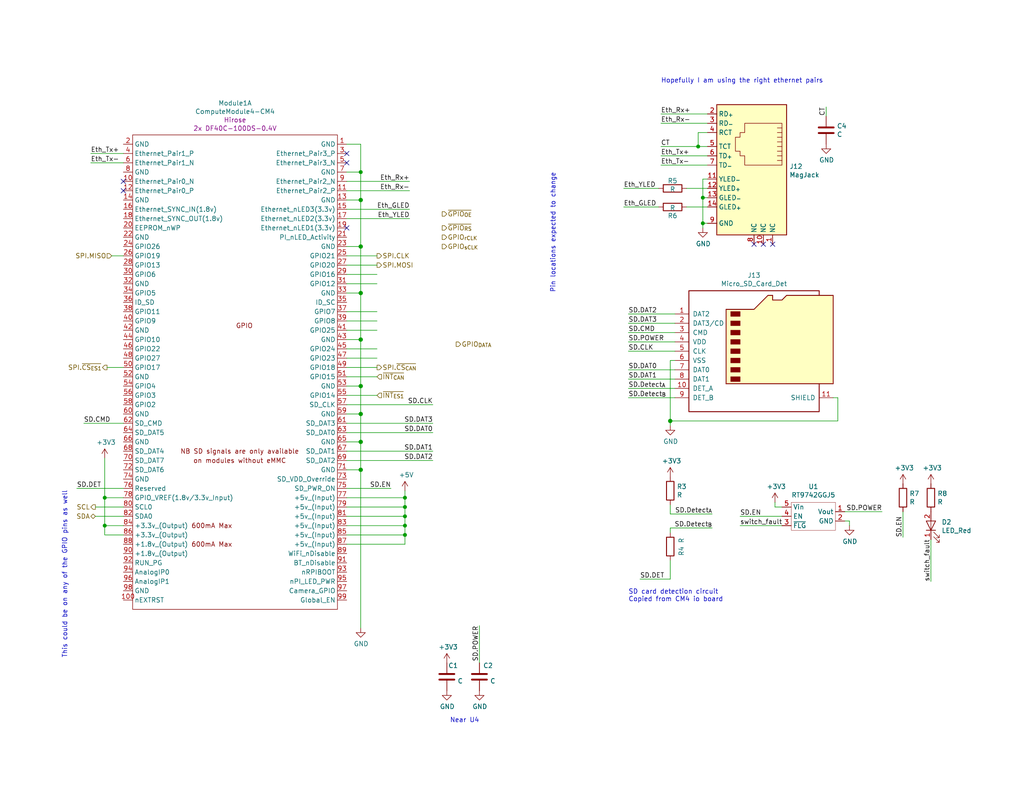
<source format=kicad_sch>
(kicad_sch (version 20201015) (generator eeschema)
  (paper "A")
  (title_block (title "Dennis") (date "2021-02-26") (rev "0.1.2") (company "eCafe Racer"))
  (lib_symbols
    (symbol "Custom-Symbols:LED_Red" (pin_names (offset 1.016))
      (property "Reference" "D" (at 3.81 3.81 0))
      (property "Value" "LED_Red" (at -3.81 3.81 0))
      (symbol "LED_Red_1_1"
        (polyline (pts (xy -1.27 -1.27) (xy -1.27 1.27)) (stroke (width 0.2032)))
        (polyline (pts (xy -1.27 0) (xy 1.27 0)))
        (polyline (pts (xy 1.27 -1.27) (xy 1.27 1.27) (xy -1.27 0) (xy 1.27 -1.27)) (stroke (width 0.2032)))
        (polyline (pts (xy -3.048 -0.762) (xy -4.572 -2.286) (xy -3.81 -2.286) (xy -4.572 -2.286) (xy -4.572 -1.524)))
        (polyline (pts (xy -1.778 -0.762) (xy -3.302 -2.286) (xy -2.54 -2.286) (xy -3.302 -2.286) (xy -3.302 -1.524)))
        (pin passive line (at -3.81 0 0) (length 2.54) (name "~") (number "1"))
        (pin passive line (at 3.81 0 180) (length 2.54) (name "~") (number "2"))
      )
    )
    (symbol "Device:C" (pin_numbers hide) (pin_names (offset 0.254))
      (property "Reference" "C" (at 0.635 2.54 0))
      (property "Value" "C" (at 0.635 -2.54 0))
      (symbol "C_0_1"
        (polyline (pts (xy -2.032 -0.762) (xy 2.032 -0.762)) (stroke (width 0.508)))
        (polyline (pts (xy -2.032 0.762) (xy 2.032 0.762)) (stroke (width 0.508)))
      )
      (symbol "C_1_1"
        (pin passive line (at 0 3.81 270) (length 2.794) (name "~") (number "1"))
        (pin passive line (at 0 -3.81 90) (length 2.794) (name "~") (number "2"))
      )
    )
    (symbol "Device:R" (pin_numbers hide) (pin_names (offset 0))
      (property "Reference" "R" (at 2.032 0 90))
      (property "Value" "R" (at 0 0 90))
      (symbol "R_0_1"
        (rectangle (start -1.016 -2.54) (end 1.016 2.54) (stroke (width 0.254)))
      )
      (symbol "R_1_1"
        (pin passive line (at 0 3.81 270) (length 1.27) (name "~") (number "1"))
        (pin passive line (at 0 -3.81 90) (length 1.27) (name "~") (number "2"))
      )
    )
    (symbol "power:+3.3V" (power) (pin_names (offset 0))
      (property "Value" "+3.3V" (at 0 3.556 0))
      (symbol "+3.3V_0_1"
        (polyline (pts (xy -0.762 1.27) (xy 0 2.54)))
        (polyline (pts (xy 0 0) (xy 0 2.54)))
        (polyline (pts (xy 0 2.54) (xy 0.762 1.27)))
      )
      (symbol "+3.3V_1_1"
        (pin power_in line (at 0 0 90) (length 0) hide (name "+3V3") (number "1"))
      )
    )
    (symbol "power:+5V" (power) (pin_names (offset 0))
      (property "Value" "+5V" (at 0 3.556 0))
      (symbol "+5V_0_1"
        (polyline (pts (xy -0.762 1.27) (xy 0 2.54)))
        (polyline (pts (xy 0 0) (xy 0 2.54)))
        (polyline (pts (xy 0 2.54) (xy 0.762 1.27)))
      )
      (symbol "+5V_1_1"
        (pin power_in line (at 0 0 90) (length 0) hide (name "+5V") (number "1"))
      )
    )
    (symbol "power:GND" (power) (pin_names (offset 0))
      (property "Value" "GND" (at 0 -3.81 0))
      (symbol "GND_0_1"
        (polyline (pts (xy 0 0) (xy 0 -1.27) (xy 1.27 -1.27) (xy 0 -2.54) (xy -1.27 -1.27) (xy 0 -1.27)))
      )
      (symbol "GND_1_1"
        (pin power_in line (at 0 0 270) (length 0) hide (name "GND") (number "1"))
      )
    )
    (symbol "symbols:ComputeModule4-CM4"
      (property "Reference" "Module" (at 113.03 -68.58 0))
      (property "Value" "ComputeModule4-CM4" (at 140.97 2.54 0))
      (property "Field4" "Hirose" (at 0 0 0))
      (property "Field5" "2x DF40C-100DS-0.4V" (at 0 -2.54 0))
      (symbol "ComputeModule4-CM4_1_0"
        (text "GPIO" (at 0 6.35 0) (effects (font (size 1.27 1.27))))
      )
      (symbol "ComputeModule4-CM4_1_1"
        (text "600mA Max" (at -8.89 -53.34 0) (effects (font (size 1.27 1.27))))
        (text "600mA Max" (at -8.89 -48.26 0) (effects (font (size 1.27 1.27))))
        (text "NB SD signals are only available" (at -1.27 -27.94 0) (effects (font (size 1.27 1.27))))
        (text "on modules without eMMC" (at -1.27 -30.48 0) (effects (font (size 1.27 1.27))))
        (rectangle (start -30.48 -71.12) (end 25.4 58.42))
        (pin power_in line (at 27.94 55.88 180) (length 2.54) (name "GND") (number "1"))
        (pin passive line (at -33.02 45.72 0) (length 2.54) (name "Ethernet_Pair0_N") (number "10"))
        (pin output line (at -33.02 -68.58 0) (length 2.54) (name "nEXTRST") (number "100"))
        (pin passive line (at 27.94 43.18 180) (length 2.54) (name "Ethernet_Pair2_P") (number "11"))
        (pin passive line (at -33.02 43.18 0) (length 2.54) (name "Ethernet_Pair0_P") (number "12"))
        (pin power_in line (at 27.94 40.64 180) (length 2.54) (name "GND") (number "13"))
        (pin power_in line (at -33.02 40.64 0) (length 2.54) (name "GND") (number "14"))
        (pin output line (at 27.94 38.1 180) (length 2.54) (name "Ethernet_nLED3(3.3v)") (number "15"))
        (pin input line (at -33.02 38.1 0) (length 2.54) (name "Ethernet_SYNC_IN(1.8v)") (number "16"))
        (pin output line (at 27.94 35.56 180) (length 2.54) (name "Ethernet_nLED2(3.3v)") (number "17"))
        (pin input line (at -33.02 35.56 0) (length 2.54) (name "Ethernet_SYNC_OUT(1.8v)") (number "18"))
        (pin output line (at 27.94 33.02 180) (length 2.54) (name "Ethernet_nLED1(3.3v)") (number "19"))
        (pin power_in line (at -33.02 55.88 0) (length 2.54) (name "GND") (number "2"))
        (pin passive line (at -33.02 33.02 0) (length 2.54) (name "EEPROM_nWP") (number "20"))
        (pin open_collector line (at 27.94 30.48 180) (length 2.54) (name "PI_nLED_Activity") (number "21"))
        (pin power_in line (at -33.02 30.48 0) (length 2.54) (name "GND") (number "22"))
        (pin power_in line (at 27.94 27.94 180) (length 2.54) (name "GND") (number "23"))
        (pin passive line (at -33.02 27.94 0) (length 2.54) (name "GPIO26") (number "24"))
        (pin passive line (at 27.94 25.4 180) (length 2.54) (name "GPIO21") (number "25"))
        (pin passive line (at -33.02 25.4 0) (length 2.54) (name "GPIO19") (number "26"))
        (pin passive line (at 27.94 22.86 180) (length 2.54) (name "GPIO20") (number "27"))
        (pin passive line (at -33.02 22.86 0) (length 2.54) (name "GPIO13") (number "28"))
        (pin passive line (at 27.94 20.32 180) (length 2.54) (name "GPIO16") (number "29"))
        (pin passive line (at 27.94 53.34 180) (length 2.54) (name "Ethernet_Pair3_P") (number "3"))
        (pin passive line (at -33.02 20.32 0) (length 2.54) (name "GPIO6") (number "30"))
        (pin passive line (at 27.94 17.78 180) (length 2.54) (name "GPIO12") (number "31"))
        (pin power_in line (at -33.02 17.78 0) (length 2.54) (name "GND") (number "32"))
        (pin power_in line (at 27.94 15.24 180) (length 2.54) (name "GND") (number "33"))
        (pin passive line (at -33.02 15.24 0) (length 2.54) (name "GPIO5") (number "34"))
        (pin passive line (at 27.94 12.7 180) (length 2.54) (name "ID_SC") (number "35"))
        (pin passive line (at -33.02 12.7 0) (length 2.54) (name "ID_SD") (number "36"))
        (pin passive line (at 27.94 10.16 180) (length 2.54) (name "GPIO7") (number "37"))
        (pin passive line (at -33.02 10.16 0) (length 2.54) (name "GPIO11") (number "38"))
        (pin passive line (at 27.94 7.62 180) (length 2.54) (name "GPIO8") (number "39"))
        (pin passive line (at -33.02 53.34 0) (length 2.54) (name "Ethernet_Pair1_P") (number "4"))
        (pin passive line (at -33.02 7.62 0) (length 2.54) (name "GPIO9") (number "40"))
        (pin passive line (at 27.94 5.08 180) (length 2.54) (name "GPIO25") (number "41"))
        (pin power_in line (at -33.02 5.08 0) (length 2.54) (name "GND") (number "42"))
        (pin power_in line (at 27.94 2.54 180) (length 2.54) (name "GND") (number "43"))
        (pin passive line (at -33.02 2.54 0) (length 2.54) (name "GPIO10") (number "44"))
        (pin passive line (at 27.94 0 180) (length 2.54) (name "GPIO24") (number "45"))
        (pin passive line (at -33.02 0 0) (length 2.54) (name "GPIO22") (number "46"))
        (pin passive line (at 27.94 -2.54 180) (length 2.54) (name "GPIO23") (number "47"))
        (pin passive line (at -33.02 -2.54 0) (length 2.54) (name "GPIO27") (number "48"))
        (pin passive line (at 27.94 -5.08 180) (length 2.54) (name "GPIO18") (number "49"))
        (pin passive line (at 27.94 50.8 180) (length 2.54) (name "Ethernet_Pair3_N") (number "5"))
        (pin passive line (at -33.02 -5.08 0) (length 2.54) (name "GPIO17") (number "50"))
        (pin passive line (at 27.94 -7.62 180) (length 2.54) (name "GPIO15") (number "51"))
        (pin power_in line (at -33.02 -7.62 0) (length 2.54) (name "GND") (number "52"))
        (pin power_in line (at 27.94 -10.16 180) (length 2.54) (name "GND") (number "53"))
        (pin passive line (at -33.02 -10.16 0) (length 2.54) (name "GPIO4") (number "54"))
        (pin passive line (at 27.94 -12.7 180) (length 2.54) (name "GPIO14") (number "55"))
        (pin passive line (at -33.02 -12.7 0) (length 2.54) (name "GPIO3") (number "56"))
        (pin passive line (at 27.94 -15.24 180) (length 2.54) (name "SD_CLK") (number "57"))
        (pin passive line (at -33.02 -15.24 0) (length 2.54) (name "GPIO2") (number "58"))
        (pin power_in line (at 27.94 -17.78 180) (length 2.54) (name "GND") (number "59"))
        (pin passive line (at -33.02 50.8 0) (length 2.54) (name "Ethernet_Pair1_N") (number "6"))
        (pin power_in line (at -33.02 -17.78 0) (length 2.54) (name "GND") (number "60"))
        (pin passive line (at 27.94 -20.32 180) (length 2.54) (name "SD_DAT3") (number "61"))
        (pin passive line (at -33.02 -20.32 0) (length 2.54) (name "SD_CMD") (number "62"))
        (pin passive line (at 27.94 -22.86 180) (length 2.54) (name "SD_DAT0") (number "63"))
        (pin passive line (at -33.02 -22.86 0) (length 2.54) (name "SD_DAT5") (number "64"))
        (pin power_in line (at 27.94 -25.4 180) (length 2.54) (name "GND") (number "65"))
        (pin power_in line (at -33.02 -25.4 0) (length 2.54) (name "GND") (number "66"))
        (pin passive line (at 27.94 -27.94 180) (length 2.54) (name "SD_DAT1") (number "67"))
        (pin passive line (at -33.02 -27.94 0) (length 2.54) (name "SD_DAT4") (number "68"))
        (pin passive line (at 27.94 -30.48 180) (length 2.54) (name "SD_DAT2") (number "69"))
        (pin power_in line (at 27.94 48.26 180) (length 2.54) (name "GND") (number "7"))
        (pin passive line (at -33.02 -30.48 0) (length 2.54) (name "SD_DAT7") (number "70"))
        (pin power_in line (at 27.94 -33.02 180) (length 2.54) (name "GND") (number "71"))
        (pin passive line (at -33.02 -33.02 0) (length 2.54) (name "SD_DAT6") (number "72"))
        (pin input line (at 27.94 -35.56 180) (length 2.54) (name "SD_VDD_Override") (number "73"))
        (pin power_in line (at -33.02 -35.56 0) (length 2.54) (name "GND") (number "74"))
        (pin output line (at 27.94 -38.1 180) (length 2.54) (name "SD_PWR_ON") (number "75"))
        (pin passive line (at -33.02 -38.1 0) (length 2.54) (name "Reserved") (number "76"))
        (pin power_in line (at 27.94 -40.64 180) (length 2.54) (name "+5v_(Input)") (number "77"))
        (pin power_in line (at -33.02 -40.64 0) (length 2.54) (name "GPIO_VREF(1.8v/3.3v_Input)") (number "78"))
        (pin power_in line (at 27.94 -43.18 180) (length 2.54) (name "+5v_(Input)") (number "79"))
        (pin power_in line (at -33.02 48.26 0) (length 2.54) (name "GND") (number "8"))
        (pin passive line (at -33.02 -43.18 0) (length 2.54) (name "SCL0") (number "80"))
        (pin power_in line (at 27.94 -45.72 180) (length 2.54) (name "+5v_(Input)") (number "81"))
        (pin passive line (at -33.02 -45.72 0) (length 2.54) (name "SDA0") (number "82"))
        (pin power_in line (at 27.94 -48.26 180) (length 2.54) (name "+5v_(Input)") (number "83"))
        (pin power_out line (at -33.02 -48.26 0) (length 2.54) (name "+3.3v_(Output)") (number "84"))
        (pin power_in line (at 27.94 -50.8 180) (length 2.54) (name "+5v_(Input)") (number "85"))
        (pin power_out line (at -33.02 -50.8 0) (length 2.54) (name "+3.3v_(Output)") (number "86"))
        (pin power_in line (at 27.94 -53.34 180) (length 2.54) (name "+5v_(Input)") (number "87"))
        (pin power_out line (at -33.02 -53.34 0) (length 2.54) (name "+1.8v_(Output)") (number "88"))
        (pin power_in line (at 27.94 -55.88 180) (length 2.54) (name "WiFi_nDisable") (number "89"))
        (pin passive line (at 27.94 45.72 180) (length 2.54) (name "Ethernet_Pair2_N") (number "9"))
        (pin power_out line (at -33.02 -55.88 0) (length 2.54) (name "+1.8v_(Output)") (number "90"))
        (pin power_in line (at 27.94 -58.42 180) (length 2.54) (name "BT_nDisable") (number "91"))
        (pin passive line (at -33.02 -58.42 0) (length 2.54) (name "RUN_PG") (number "92"))
        (pin input line (at 27.94 -60.96 180) (length 2.54) (name "nRPIBOOT") (number "93"))
        (pin passive line (at -33.02 -60.96 0) (length 2.54) (name "AnalogIP0") (number "94"))
        (pin output line (at 27.94 -63.5 180) (length 2.54) (name "nPI_LED_PWR") (number "95"))
        (pin passive line (at -33.02 -63.5 0) (length 2.54) (name "AnalogIP1") (number "96"))
        (pin passive line (at 27.94 -66.04 180) (length 2.54) (name "Camera_GPIO") (number "97"))
        (pin power_in line (at -33.02 -66.04 0) (length 2.54) (name "GND") (number "98"))
        (pin input line (at 27.94 -68.58 180) (length 2.54) (name "Global_EN") (number "99"))
      )
      (symbol "ComputeModule4-CM4_2_1"
        (text "High Speed Serial" (at 140.97 0 0) (effects (font (size 1.27 1.27))))
        (rectangle (start 114.3 -66.04) (end 165.1 63.5))
        (pin input line (at 170.18 60.96 180) (length 5.08) (name "USB_OTG_ID") (number "101"))
        (pin input line (at 109.22 60.96 0) (length 5.08) (name "PCIe_CLK_nREQ") (number "102"))
        (pin passive line (at 170.18 58.42 180) (length 5.08) (name "USB2_N") (number "103"))
        (pin passive line (at 109.22 58.42 0) (length 5.08) (name "Reserved") (number "104"))
        (pin passive line (at 170.18 55.88 180) (length 5.08) (name "USB2_P") (number "105"))
        (pin passive line (at 109.22 55.88 0) (length 5.08) (name "Reserved") (number "106"))
        (pin power_in line (at 170.18 53.34 180) (length 5.08) (name "GND") (number "107"))
        (pin power_in line (at 109.22 53.34 0) (length 5.08) (name "GND") (number "108"))
        (pin bidirectional line (at 170.18 50.8 180) (length 5.08) (name "PCIe_nRST") (number "109"))
        (pin output line (at 109.22 50.8 0) (length 5.08) (name "PCIe_CLK_P") (number "110"))
        (pin passive line (at 170.18 48.26 180) (length 5.08) (name "VDAC_COMP") (number "111"))
        (pin output line (at 109.22 48.26 0) (length 5.08) (name "PCIe_CLK_N") (number "112"))
        (pin power_in line (at 170.18 45.72 180) (length 5.08) (name "GND") (number "113"))
        (pin power_in line (at 109.22 45.72 0) (length 5.08) (name "GND") (number "114"))
        (pin input line (at 170.18 43.18 180) (length 5.08) (name "CAM1_D0_N") (number "115"))
        (pin input line (at 109.22 43.18 0) (length 5.08) (name "PCIe_RX_P") (number "116"))
        (pin input line (at 170.18 40.64 180) (length 5.08) (name "CAM1_D0_P") (number "117"))
        (pin input line (at 109.22 40.64 0) (length 5.08) (name "PCIe_RX_N") (number "118"))
        (pin power_in line (at 170.18 38.1 180) (length 5.08) (name "GND") (number "119"))
        (pin power_in line (at 109.22 38.1 0) (length 5.08) (name "GND") (number "120"))
        (pin input line (at 170.18 35.56 180) (length 5.08) (name "CAM1_D1_N") (number "121"))
        (pin output line (at 109.22 35.56 0) (length 5.08) (name "PCIe_TX_P") (number "122"))
        (pin input line (at 170.18 33.02 180) (length 5.08) (name "CAM1_D1_P") (number "123"))
        (pin output line (at 109.22 33.02 0) (length 5.08) (name "PCIe_TX_N") (number "124"))
        (pin power_in line (at 170.18 30.48 180) (length 5.08) (name "GND") (number "125"))
        (pin power_in line (at 109.22 30.48 0) (length 5.08) (name "GND") (number "126"))
        (pin input line (at 170.18 27.94 180) (length 5.08) (name "CAM1_C_N") (number "127"))
        (pin input line (at 109.22 27.94 0) (length 5.08) (name "CAM0_D0_N") (number "128"))
        (pin input line (at 170.18 25.4 180) (length 5.08) (name "CAM1_C_P") (number "129"))
        (pin input line (at 109.22 25.4 0) (length 5.08) (name "CAM0_D0_P") (number "130"))
        (pin power_in line (at 170.18 22.86 180) (length 5.08) (name "GND") (number "131"))
        (pin power_in line (at 109.22 22.86 0) (length 5.08) (name "GND") (number "132"))
        (pin input line (at 170.18 20.32 180) (length 5.08) (name "CAM1_D2_N") (number "133"))
        (pin input line (at 109.22 20.32 0) (length 5.08) (name "CAM0_D1_N") (number "134"))
        (pin input line (at 170.18 17.78 180) (length 5.08) (name "CAM1_D2_P") (number "135"))
        (pin input line (at 109.22 17.78 0) (length 5.08) (name "CAM0_D1_P") (number "136"))
        (pin power_in line (at 170.18 15.24 180) (length 5.08) (name "GND") (number "137"))
        (pin power_in line (at 109.22 15.24 0) (length 5.08) (name "GND") (number "138"))
        (pin input line (at 170.18 12.7 180) (length 5.08) (name "CAM1_D3_N") (number "139"))
        (pin input line (at 109.22 12.7 0) (length 5.08) (name "CAM0_C_N") (number "140"))
        (pin input line (at 170.18 10.16 180) (length 5.08) (name "CAM1_D3_P") (number "141"))
        (pin input line (at 109.22 10.16 0) (length 5.08) (name "CAM0_C_P") (number "142"))
        (pin input line (at 170.18 7.62 180) (length 5.08) (name "HDMI1_HOTPLUG") (number "143"))
        (pin power_in line (at 109.22 7.62 0) (length 5.08) (name "GND") (number "144"))
        (pin bidirectional line (at 170.18 5.08 180) (length 5.08) (name "HDMI1_SDA") (number "145"))
        (pin output line (at 109.22 5.08 0) (length 5.08) (name "HDMI1_TX2_P") (number "146"))
        (pin open_collector line (at 170.18 2.54 180) (length 5.08) (name "HDMI1_SCL") (number "147"))
        (pin output line (at 109.22 2.54 0) (length 5.08) (name "HDMI1_TX2_N") (number "148"))
        (pin open_collector line (at 170.18 0 180) (length 5.08) (name "HDMI1_CEC") (number "149"))
        (pin power_in line (at 109.22 0 0) (length 5.08) (name "GND") (number "150"))
        (pin open_collector line (at 170.18 -2.54 180) (length 5.08) (name "HDMI0_CEC") (number "151"))
        (pin output line (at 109.22 -2.54 0) (length 5.08) (name "HDMI1_TX1_P") (number "152"))
        (pin input line (at 170.18 -5.08 180) (length 5.08) (name "HDMI0_HOTPLUG") (number "153"))
        (pin output line (at 109.22 -5.08 0) (length 5.08) (name "HDMI1_TX1_N") (number "154"))
        (pin power_in line (at 170.18 -7.62 180) (length 5.08) (name "GND") (number "155"))
        (pin power_in line (at 109.22 -7.62 0) (length 5.08) (name "GND") (number "156"))
        (pin output line (at 170.18 -10.16 180) (length 5.08) (name "DSI0_D0_N") (number "157"))
        (pin output line (at 109.22 -10.16 0) (length 5.08) (name "HDMI1_TX0_P") (number "158"))
        (pin output line (at 170.18 -12.7 180) (length 5.08) (name "DSI0_D0_P") (number "159"))
        (pin output line (at 109.22 -12.7 0) (length 5.08) (name "HDMI1_TX0_N") (number "160"))
        (pin power_in line (at 170.18 -15.24 180) (length 5.08) (name "GND") (number "161"))
        (pin power_in line (at 109.22 -15.24 0) (length 5.08) (name "GND") (number "162"))
        (pin output line (at 170.18 -17.78 180) (length 5.08) (name "DSI0_D1_N") (number "163"))
        (pin output line (at 109.22 -17.78 0) (length 5.08) (name "HDMI1_CLK_P") (number "164"))
        (pin output line (at 170.18 -20.32 180) (length 5.08) (name "DSI0_D1_P") (number "165"))
        (pin output line (at 109.22 -20.32 0) (length 5.08) (name "HDMI1_CLK_N") (number "166"))
        (pin power_in line (at 170.18 -22.86 180) (length 5.08) (name "GND") (number "167"))
        (pin power_in line (at 109.22 -22.86 0) (length 5.08) (name "GND") (number "168"))
        (pin output line (at 170.18 -25.4 180) (length 5.08) (name "DSI0_C_N") (number "169"))
        (pin output line (at 109.22 -25.4 0) (length 5.08) (name "HDMI0_TX2_P") (number "170"))
        (pin output line (at 170.18 -27.94 180) (length 5.08) (name "DSI0_C_P") (number "171"))
        (pin output line (at 109.22 -27.94 0) (length 5.08) (name "HDMI0_TX2_N") (number "172"))
        (pin power_in line (at 170.18 -30.48 180) (length 5.08) (name "GND") (number "173"))
        (pin power_in line (at 109.22 -30.48 0) (length 5.08) (name "GND") (number "174"))
        (pin output line (at 170.18 -33.02 180) (length 5.08) (name "DSI1_D0_N") (number "175"))
        (pin output line (at 109.22 -33.02 0) (length 5.08) (name "HDMI0_TX1_P") (number "176"))
        (pin output line (at 170.18 -35.56 180) (length 5.08) (name "DSI1_D0_P") (number "177"))
        (pin output line (at 109.22 -35.56 0) (length 5.08) (name "HDMI0_TX1_N") (number "178"))
        (pin power_in line (at 170.18 -38.1 180) (length 5.08) (name "GND") (number "179"))
        (pin power_in line (at 109.22 -38.1 0) (length 5.08) (name "GND") (number "180"))
        (pin output line (at 170.18 -40.64 180) (length 5.08) (name "DSI1_D1_N") (number "181"))
        (pin output line (at 109.22 -40.64 0) (length 5.08) (name "HDMI0_TX0_P") (number "182"))
        (pin output line (at 170.18 -43.18 180) (length 5.08) (name "DSI1_D1_P") (number "183"))
        (pin output line (at 109.22 -43.18 0) (length 5.08) (name "HDMI0_TX0_N") (number "184"))
        (pin power_in line (at 170.18 -45.72 180) (length 5.08) (name "GND") (number "185"))
        (pin power_in line (at 109.22 -45.72 0) (length 5.08) (name "GND") (number "186"))
        (pin output line (at 170.18 -48.26 180) (length 5.08) (name "DSI1_C_N") (number "187"))
        (pin output line (at 109.22 -48.26 0) (length 5.08) (name "HDMI0_CLK_P") (number "188"))
        (pin output line (at 170.18 -50.8 180) (length 5.08) (name "DSI1_C_P") (number "189"))
        (pin output line (at 109.22 -50.8 0) (length 5.08) (name "HDMI0_CLK_N") (number "190"))
        (pin power_in line (at 170.18 -53.34 180) (length 5.08) (name "GND") (number "191"))
        (pin power_in line (at 109.22 -53.34 0) (length 5.08) (name "GND") (number "192"))
        (pin output line (at 170.18 -55.88 180) (length 5.08) (name "DSI1_D2_N") (number "193"))
        (pin output line (at 109.22 -55.88 0) (length 5.08) (name "DSI1_D3_N") (number "194"))
        (pin output line (at 170.18 -58.42 180) (length 5.08) (name "DSI1_D2_P") (number "195"))
        (pin output line (at 109.22 -58.42 0) (length 5.08) (name "DSI1_D3_P") (number "196"))
        (pin power_in line (at 170.18 -60.96 180) (length 5.08) (name "GND") (number "197"))
        (pin power_in line (at 109.22 -60.96 0) (length 5.08) (name "GND") (number "198"))
        (pin bidirectional line (at 170.18 -63.5 180) (length 5.08) (name "HDMI0_SDA") (number "199"))
        (pin open_collector line (at 109.22 -63.5 0) (length 5.08) (name "HDMI0_SCL") (number "200"))
      )
    )
    (symbol "symbols:MagJack"
      (property "Reference" "J" (at 0 34.29 0))
      (property "Value" "MagJack" (at 5.08 15.24 0))
      (property "Drawing" "https://www.molex.com/pdm_docs/sd/936358314_sd.pdf" (at 46.99 -17.78 0))
      (symbol "MagJack_0_0"
        (pin unspecified line (at 11.43 -25.4 90) (length 2.54) (name "NC") (number "1"))
        (pin unspecified line (at -6.35 10.16 0) (length 2.54) (name "RD_{+}") (number "2"))
        (pin unspecified line (at -6.35 7.62 0) (length 2.54) (name "RD_{-}") (number "3"))
        (pin unspecified line (at -6.35 5.08 0) (length 2.54) (name "RCT") (number "4"))
        (pin unspecified line (at -6.35 1.27 0) (length 2.54) (name "TCT") (number "5"))
        (pin unspecified line (at -6.35 -1.27 0) (length 2.54) (name "TD_{+}") (number "6"))
        (pin unspecified line (at -6.35 -3.81 0) (length 2.54) (name "TD_{-}") (number "7"))
        (pin unspecified line (at 6.35 -25.4 90) (length 2.54) (name "NC") (number "8"))
        (pin unspecified line (at -6.35 -19.685 0) (length 2.54) (name "GND") (number "9"))
        (pin unspecified line (at 8.89 -25.4 90) (length 2.54) (name "NC") (number "10"))
        (pin unspecified line (at -6.35 -7.62 0) (length 2.54) (name "YLED_{-}") (number "11"))
        (pin unspecified line (at -6.35 -10.16 0) (length 2.54) (name "YLED_{+}") (number "12"))
        (pin unspecified line (at -6.35 -12.7 0) (length 2.54) (name "GLED_{-}") (number "13"))
        (pin unspecified line (at -6.35 -15.24 0) (length 2.54) (name "GLED_{+}") (number "14"))
      )
      (symbol "MagJack_0_1"
        (rectangle (start -3.81 12.7) (end 15.24 -22.86) (stroke (width 0.254)) (fill (type background)))
        (polyline (pts (xy 12.7 5.08) (xy 13.97 5.08)))
        (polyline (pts (xy 12.7 6.35) (xy 13.97 6.35)))
        (polyline (pts (xy 13.97 -2.54) (xy 12.7 -2.54) (xy 12.7 -2.54)))
        (polyline (pts (xy 13.97 -1.27) (xy 12.7 -1.27) (xy 12.7 -1.27)))
        (polyline (pts (xy 13.97 0) (xy 12.7 0) (xy 12.7 0)))
        (polyline (pts (xy 13.97 1.27) (xy 12.7 1.27) (xy 12.7 1.27)))
        (polyline (pts (xy 13.97 2.54) (xy 12.7 2.54) (xy 12.7 2.54)))
        (polyline (pts (xy 12.7 3.81) (xy 13.97 3.81) (xy 13.97 3.81)))
        (polyline (pts (xy 13.97 -3.81) (xy 13.97 7.62) (xy 3.81 7.62) (xy 3.81 5.08) (xy 2.54 5.08) (xy 2.54 3.81) (xy 1.27 3.81) (xy 1.27 0) (xy 2.54 0) (xy 2.54 -1.27) (xy 3.81 -1.27) (xy 3.81 -3.81) (xy 13.97 -3.81) (xy 13.97 -3.81)))
      )
    )
    (symbol "symbols:Micro_SD_Card_Det" (pin_names (offset 1.016))
      (property "Reference" "J" (at -16.51 17.78 0))
      (property "Value" "Micro_SD_Card_Det" (at 16.51 17.78 0))
      (symbol "Micro_SD_Card_Det_0_1"
        (rectangle (start -7.62 -6.985) (end -5.08 -8.255) (fill (type outline)))
        (rectangle (start -7.62 -4.445) (end -5.08 -5.715) (fill (type outline)))
        (rectangle (start -7.62 -1.905) (end -5.08 -3.175) (fill (type outline)))
        (rectangle (start -7.62 0.635) (end -5.08 -0.635) (fill (type outline)))
        (rectangle (start -7.62 3.175) (end -5.08 1.905) (fill (type outline)))
        (rectangle (start -7.62 5.715) (end -5.08 4.445) (fill (type outline)))
        (rectangle (start -7.62 8.255) (end -5.08 6.985) (fill (type outline)))
        (rectangle (start -7.62 10.795) (end -5.08 9.525) (fill (type outline)))
        (polyline (pts (xy 16.51 15.24) (xy 16.51 16.51) (xy -19.05 16.51) (xy -19.05 -16.51) (xy 16.51 -16.51) (xy 16.51 -8.89)) (stroke (width 0.254)))
        (polyline (pts (xy -8.89 -8.89) (xy -8.89 11.43) (xy -1.27 11.43) (xy 2.54 15.24) (xy 3.81 15.24) (xy 3.81 13.97) (xy 6.35 13.97) (xy 7.62 15.24) (xy 20.32 15.24) (xy 20.32 -8.89) (xy -8.89 -8.89)) (stroke (width 0.254)) (fill (type background)))
      )
      (symbol "Micro_SD_Card_Det_1_1"
        (pin bidirectional line (at -22.86 10.16 0) (length 3.81) (name "DAT2") (number "1"))
        (pin passive line (at -22.86 -10.16 0) (length 3.81) (name "DET_A") (number "10"))
        (pin passive line (at 20.32 -12.7 180) (length 3.81) (name "SHIELD") (number "11"))
        (pin bidirectional line (at -22.86 7.62 0) (length 3.81) (name "DAT3/CD") (number "2"))
        (pin input line (at -22.86 5.08 0) (length 3.81) (name "CMD") (number "3"))
        (pin power_in line (at -22.86 2.54 0) (length 3.81) (name "VDD") (number "4"))
        (pin input line (at -22.86 0 0) (length 3.81) (name "CLK") (number "5"))
        (pin power_in line (at -22.86 -2.54 0) (length 3.81) (name "VSS") (number "6"))
        (pin bidirectional line (at -22.86 -5.08 0) (length 3.81) (name "DAT0") (number "7"))
        (pin bidirectional line (at -22.86 -7.62 0) (length 3.81) (name "DAT1") (number "8"))
        (pin passive line (at -22.86 -12.7 0) (length 3.81) (name "DET_B") (number "9"))
      )
    )
    (symbol "symbols:RT9742GGJ5"
      (property "Reference" "U" (at 6.35 10.16 0))
      (property "Value" "RT9742GGJ5" (at -4.445 9.525 0))
      (symbol "RT9742GGJ5_0_0"
        (pin power_out line (at 8.89 1.27 180) (length 2.54) (name "Vout") (number "1"))
        (pin power_in line (at 8.89 -1.27 180) (length 2.54) (name "GND") (number "2"))
        (pin open_collector line (at -8.255 -2.54 0) (length 2.54) (name "~FLG") (number "3"))
        (pin input line (at -8.255 0 0) (length 2.54) (name "EN") (number "4"))
        (pin power_in line (at -8.255 2.54 0) (length 2.54) (name "Vin") (number "5"))
      )
      (symbol "RT9742GGJ5_0_1"
        (rectangle (start -5.715 3.81) (end 6.35 -3.81) (stroke (width 0.0006)))
      )
    )
  )
  (junction (at 28.575 135.89) (diameter 0.9144))
  (junction (at 28.575 143.51) (diameter 0.9144))
  (junction (at 98.425 46.99) (diameter 0.9144))
  (junction (at 98.425 54.61) (diameter 1.016))
  (junction (at 98.425 67.31) (diameter 1.016))
  (junction (at 98.425 80.01) (diameter 1.016))
  (junction (at 98.425 92.71) (diameter 1.016))
  (junction (at 98.425 105.41) (diameter 1.016))
  (junction (at 98.425 113.03) (diameter 1.016))
  (junction (at 98.425 120.65) (diameter 1.016))
  (junction (at 98.425 128.27) (diameter 1.016))
  (junction (at 110.49 135.89) (diameter 0.9144))
  (junction (at 110.49 138.43) (diameter 0.9144))
  (junction (at 110.49 140.97) (diameter 0.9144))
  (junction (at 110.49 143.51) (diameter 0.9144))
  (junction (at 110.49 146.05) (diameter 0.9144))
  (junction (at 182.88 114.935) (diameter 1.016))
  (junction (at 190.5 40.005) (diameter 0.9144))
  (junction (at 191.77 53.975) (diameter 0.9144))
  (junction (at 191.77 60.96) (diameter 0.9144))
  (no_connect (at 94.615 44.45))
  (no_connect (at 94.615 62.23))
  (no_connect (at 94.615 41.91))
  (no_connect (at 33.655 52.07))
  (no_connect (at 210.82 66.675))
  (no_connect (at 208.28 66.675))
  (no_connect (at 205.74 66.675))
  (no_connect (at 33.655 49.53))
  (wire (pts (xy 20.955 133.35) (xy 33.655 133.35)))
  (wire (pts (xy 22.86 115.57) (xy 33.655 115.57)))
  (wire (pts (xy 24.765 41.91) (xy 33.655 41.91)))
  (wire (pts (xy 24.765 44.45) (xy 33.655 44.45)))
  (wire (pts (xy 26.035 138.43) (xy 33.655 138.43)))
  (wire (pts (xy 26.035 140.97) (xy 33.655 140.97)))
  (wire (pts (xy 28.575 125.095) (xy 28.575 135.89)))
  (wire (pts (xy 28.575 135.89) (xy 28.575 143.51)))
  (wire (pts (xy 28.575 135.89) (xy 33.655 135.89)))
  (wire (pts (xy 28.575 146.05) (xy 28.575 143.51)))
  (wire (pts (xy 29.21 100.33) (xy 33.655 100.33)))
  (wire (pts (xy 30.48 69.85) (xy 33.655 69.85)))
  (wire (pts (xy 33.655 143.51) (xy 28.575 143.51)))
  (wire (pts (xy 33.655 146.05) (xy 28.575 146.05)))
  (wire (pts (xy 94.615 39.37) (xy 98.425 39.37)))
  (wire (pts (xy 94.615 46.99) (xy 98.425 46.99)))
  (wire (pts (xy 94.615 49.53) (xy 111.76 49.53)))
  (wire (pts (xy 94.615 52.07) (xy 111.76 52.07)))
  (wire (pts (xy 94.615 54.61) (xy 98.425 54.61)))
  (wire (pts (xy 94.615 57.15) (xy 111.76 57.15)))
  (wire (pts (xy 94.615 59.69) (xy 111.76 59.69)))
  (wire (pts (xy 94.615 67.31) (xy 98.425 67.31)))
  (wire (pts (xy 94.615 80.01) (xy 98.425 80.01)))
  (wire (pts (xy 94.615 87.63) (xy 102.87 87.63)))
  (wire (pts (xy 94.615 90.17) (xy 102.87 90.17)))
  (wire (pts (xy 94.615 92.71) (xy 98.425 92.71)))
  (wire (pts (xy 94.615 95.25) (xy 102.87 95.25)))
  (wire (pts (xy 94.615 97.79) (xy 102.87 97.79)))
  (wire (pts (xy 94.615 100.33) (xy 102.87 100.33)))
  (wire (pts (xy 94.615 102.87) (xy 102.87 102.87)))
  (wire (pts (xy 94.615 105.41) (xy 98.425 105.41)))
  (wire (pts (xy 94.615 107.95) (xy 102.87 107.95)))
  (wire (pts (xy 94.615 110.49) (xy 118.11 110.49)))
  (wire (pts (xy 94.615 113.03) (xy 98.425 113.03)))
  (wire (pts (xy 94.615 115.57) (xy 118.11 115.57)))
  (wire (pts (xy 94.615 118.11) (xy 118.11 118.11)))
  (wire (pts (xy 94.615 120.65) (xy 98.425 120.65)))
  (wire (pts (xy 94.615 123.19) (xy 118.11 123.19)))
  (wire (pts (xy 94.615 125.73) (xy 118.11 125.73)))
  (wire (pts (xy 94.615 128.27) (xy 98.425 128.27)))
  (wire (pts (xy 94.615 133.35) (xy 106.68 133.35)))
  (wire (pts (xy 94.615 135.89) (xy 110.49 135.89)))
  (wire (pts (xy 94.615 138.43) (xy 110.49 138.43)))
  (wire (pts (xy 94.615 140.97) (xy 110.49 140.97)))
  (wire (pts (xy 94.615 143.51) (xy 110.49 143.51)))
  (wire (pts (xy 94.615 146.05) (xy 110.49 146.05)))
  (wire (pts (xy 98.425 39.37) (xy 98.425 46.99)))
  (wire (pts (xy 98.425 46.99) (xy 98.425 54.61)))
  (wire (pts (xy 98.425 54.61) (xy 98.425 67.31)))
  (wire (pts (xy 98.425 67.31) (xy 98.425 80.01)))
  (wire (pts (xy 98.425 80.01) (xy 98.425 92.71)))
  (wire (pts (xy 98.425 92.71) (xy 98.425 105.41)))
  (wire (pts (xy 98.425 105.41) (xy 98.425 113.03)))
  (wire (pts (xy 98.425 113.03) (xy 98.425 120.65)))
  (wire (pts (xy 98.425 120.65) (xy 98.425 128.27)))
  (wire (pts (xy 98.425 128.27) (xy 98.425 171.45)))
  (wire (pts (xy 102.87 69.85) (xy 94.615 69.85)))
  (wire (pts (xy 102.87 72.39) (xy 94.615 72.39)))
  (wire (pts (xy 102.87 74.93) (xy 94.615 74.93)))
  (wire (pts (xy 102.87 77.47) (xy 94.615 77.47)))
  (wire (pts (xy 102.87 85.09) (xy 94.615 85.09)))
  (wire (pts (xy 110.49 133.985) (xy 110.49 135.89)))
  (wire (pts (xy 110.49 135.89) (xy 110.49 138.43)))
  (wire (pts (xy 110.49 138.43) (xy 110.49 140.97)))
  (wire (pts (xy 110.49 140.97) (xy 110.49 143.51)))
  (wire (pts (xy 110.49 143.51) (xy 110.49 146.05)))
  (wire (pts (xy 110.49 146.05) (xy 110.49 148.59)))
  (wire (pts (xy 110.49 148.59) (xy 94.615 148.59)))
  (wire (pts (xy 130.81 170.815) (xy 130.81 180.975)))
  (wire (pts (xy 170.18 51.435) (xy 179.705 51.435)))
  (wire (pts (xy 170.18 56.515) (xy 179.705 56.515)))
  (wire (pts (xy 171.45 85.725) (xy 184.15 85.725)))
  (wire (pts (xy 171.45 88.265) (xy 184.15 88.265)))
  (wire (pts (xy 171.45 90.805) (xy 184.15 90.805)))
  (wire (pts (xy 171.45 93.345) (xy 184.15 93.345)))
  (wire (pts (xy 171.45 95.885) (xy 184.15 95.885)))
  (wire (pts (xy 171.45 100.965) (xy 184.15 100.965)))
  (wire (pts (xy 171.45 103.505) (xy 184.15 103.505)))
  (wire (pts (xy 171.45 106.045) (xy 184.15 106.045)))
  (wire (pts (xy 171.45 108.585) (xy 184.15 108.585)))
  (wire (pts (xy 174.625 158.115) (xy 182.88 158.115)))
  (wire (pts (xy 180.34 40.005) (xy 190.5 40.005)))
  (wire (pts (xy 180.34 42.545) (xy 193.04 42.545)))
  (wire (pts (xy 180.34 45.085) (xy 193.04 45.085)))
  (wire (pts (xy 182.88 98.425) (xy 182.88 114.935)))
  (wire (pts (xy 182.88 114.935) (xy 182.88 116.205)))
  (wire (pts (xy 182.88 114.935) (xy 228.6 114.935)))
  (wire (pts (xy 182.88 137.795) (xy 182.88 140.335)))
  (wire (pts (xy 182.88 140.335) (xy 194.31 140.335)))
  (wire (pts (xy 182.88 144.145) (xy 194.31 144.145)))
  (wire (pts (xy 182.88 145.415) (xy 182.88 144.145)))
  (wire (pts (xy 182.88 153.035) (xy 182.88 158.115)))
  (wire (pts (xy 184.15 98.425) (xy 182.88 98.425)))
  (wire (pts (xy 187.325 51.435) (xy 193.04 51.435)))
  (wire (pts (xy 187.325 56.515) (xy 193.04 56.515)))
  (wire (pts (xy 190.5 36.195) (xy 193.04 36.195)))
  (wire (pts (xy 190.5 40.005) (xy 190.5 36.195)))
  (wire (pts (xy 191.77 48.895) (xy 191.77 53.975)))
  (wire (pts (xy 191.77 53.975) (xy 191.77 60.96)))
  (wire (pts (xy 191.77 60.96) (xy 193.04 60.96)))
  (wire (pts (xy 191.77 62.23) (xy 191.77 60.96)))
  (wire (pts (xy 193.04 31.115) (xy 180.34 31.115)))
  (wire (pts (xy 193.04 33.655) (xy 180.34 33.655)))
  (wire (pts (xy 193.04 40.005) (xy 190.5 40.005)))
  (wire (pts (xy 193.04 48.895) (xy 191.77 48.895)))
  (wire (pts (xy 193.04 53.975) (xy 191.77 53.975)))
  (wire (pts (xy 201.93 140.97) (xy 213.36 140.97)))
  (wire (pts (xy 201.93 143.51) (xy 213.36 143.51)))
  (wire (pts (xy 211.455 137.16) (xy 211.455 138.43)))
  (wire (pts (xy 213.36 138.43) (xy 211.455 138.43)))
  (wire (pts (xy 225.425 29.21) (xy 225.425 31.75)))
  (wire (pts (xy 227.33 108.585) (xy 228.6 108.585)))
  (wire (pts (xy 228.6 108.585) (xy 228.6 114.935)))
  (wire (pts (xy 230.505 139.7) (xy 240.665 139.7)))
  (wire (pts (xy 230.505 142.24) (xy 231.775 142.24)))
  (wire (pts (xy 231.775 142.24) (xy 231.775 143.51)))
  (wire (pts (xy 246.38 139.7) (xy 246.38 146.685)))
  (wire (pts (xy 254 147.32) (xy 254 158.75)))
  (text "This could be on any of the GPIO pins as well\n" (at 18.415 133.985 270) (effects (font (size 1.27 1.27)) (justify right bottom)))
  (text "Near U4" (at 130.81 197.485 180) (effects (font (size 1.27 1.27)) (justify right bottom)))
  (text "Pin locations expected to change" (at 151.638 80.01 90) (effects (font (size 1.27 1.27)) (justify left bottom)))
  (text "SD card detection circuit\nCopied from CM4 io board" (at 171.45 164.465 0) (effects (font (size 1.27 1.27)) (justify left bottom)))
  (text "Hopefully I am using the right ethernet pairs" (at 180.34 22.86 0) (effects (font (size 1.27 1.27)) (justify left bottom)))
  (label "SD.DET" (at 20.955 133.35 0))
  (label "SD.CMD" (at 22.86 115.57 0))
  (label "Eth_Tx+" (at 24.765 41.91 0))
  (label "Eth_Tx-" (at 24.765 44.45 0))
  (label "SD.EN" (at 106.68 133.35 180))
  (label "Eth_Rx+" (at 111.76 49.53 180))
  (label "Eth_Rx-" (at 111.76 52.07 180))
  (label "Eth_GLED" (at 111.76 57.15 180))
  (label "Eth_YLED" (at 111.76 59.69 180))
  (label "SD.CLK" (at 118.11 110.49 180))
  (label "SD.DAT3" (at 118.11 115.57 180))
  (label "SD.DAT0" (at 118.11 118.11 180))
  (label "SD.DAT1" (at 118.11 123.19 180))
  (label "SD.DAT2" (at 118.11 125.73 180))
  (label "SD.POWER" (at 130.81 170.815 270))
  (label "Eth_YLED" (at 170.18 51.435 0))
  (label "Eth_GLED" (at 170.18 56.515 0))
  (label "SD.DAT2" (at 171.45 85.725 0))
  (label "SD.DAT3" (at 171.45 88.265 0))
  (label "SD.CMD" (at 171.45 90.805 0))
  (label "SD.POWER" (at 171.45 93.345 0))
  (label "SD.CLK" (at 171.45 95.885 0))
  (label "SD.DAT0" (at 171.45 100.965 0))
  (label "SD.DAT1" (at 171.45 103.505 0))
  (label "SD.Detect_{A}" (at 171.45 106.045 0))
  (label "SD.Detect_{B}" (at 171.45 108.585 0))
  (label "SD.DET" (at 174.625 158.115 0))
  (label "Eth_Rx+" (at 180.34 31.115 0))
  (label "Eth_Rx-" (at 180.34 33.655 0))
  (label "CT" (at 180.34 40.005 0))
  (label "Eth_Tx+" (at 180.34 42.545 0))
  (label "Eth_Tx-" (at 180.34 45.085 0))
  (label "SD.Detect_{A}" (at 194.31 140.335 180))
  (label "SD.Detect_{B}" (at 194.31 144.145 180))
  (label "SD.EN" (at 201.93 140.97 0))
  (label "switch_fault" (at 201.93 143.51 0))
  (label "CT" (at 225.425 29.21 270))
  (label "SD.POWER" (at 240.665 139.7 180))
  (label "SD.EN" (at 246.38 146.685 90))
  (label "switch_fault" (at 254 158.75 90))
  (hierarchical_label "SCL" (shape output) (at 26.035 138.43 180))
  (hierarchical_label "SDA" (shape bidirectional) (at 26.035 140.97 180))
  (hierarchical_label "SPI.~CS_{ES1}" (shape output) (at 29.21 100.33 180))
  (hierarchical_label "SPI.MISO" (shape input) (at 30.48 69.85 180))
  (hierarchical_label "SPI.CLK" (shape output) (at 102.87 69.85 0))
  (hierarchical_label "SPI.MOSI" (shape output) (at 102.87 72.39 0))
  (hierarchical_label "SPI.~CS_{CAN}" (shape output) (at 102.87 100.33 0))
  (hierarchical_label "~INT_{CAN}" (shape input) (at 102.87 102.87 0))
  (hierarchical_label "~INT_{ES1}" (shape input) (at 102.87 107.95 0))
  (hierarchical_label "~GPIO_{OE}" (shape output) (at 120.65 58.42 0))
  (hierarchical_label "~GPIO_{RS}" (shape output) (at 120.65 62.23 0))
  (hierarchical_label "GPIO_{rCLK}" (shape output) (at 120.65 64.77 0))
  (hierarchical_label "GPIO_{sCLK}" (shape output) (at 120.65 67.31 0))
  (hierarchical_label "GPIO_{DATA}" (shape output) (at 124.46 93.98 0))
  (symbol (lib_id "power:+3.3V") (at 28.575 125.095 0) (unit 1)
    (property "Reference" "#PWR0117" (effects hide))
    (property "Value" "+3.3V" (at 28.9433 120.7706 0))
  )
  (symbol (lib_id "power:+5V") (at 110.49 133.985 0) (unit 1)
    (property "Reference" "#PWR0119" (effects hide))
    (property "Value" "+5V" (at 110.8583 129.6606 0))
  )
  (symbol (lib_id "power:+3.3V") (at 121.92 180.975 0) (unit 1)
    (property "Reference" "#PWR0124" (effects hide))
    (property "Value" "+3.3V" (at 122.2883 176.6506 0))
  )
  (symbol (lib_id "power:+3.3V") (at 182.88 130.175 0) (unit 1)
    (property "Reference" "#PWR0126" (effects hide))
    (property "Value" "+3.3V" (at 183.2483 125.8506 0))
  )
  (symbol (lib_id "power:+3.3V") (at 211.455 137.16 0) (unit 1)
    (property "Reference" "#PWR0128" (effects hide))
    (property "Value" "+3.3V" (at 211.8233 132.8356 0))
  )
  (symbol (lib_id "power:+3.3V") (at 246.38 132.08 0) (unit 1)
    (property "Reference" "#PWR0130" (effects hide))
    (property "Value" "+3.3V" (at 246.7483 127.7556 0))
  )
  (symbol (lib_id "power:+3.3V") (at 254 132.08 0) (unit 1)
    (property "Reference" "#PWR0129" (effects hide))
    (property "Value" "+3.3V" (at 254.3683 127.7556 0))
  )
  (symbol (lib_id "power:GND") (at 98.425 171.45 0) (unit 1)
    (property "Reference" "#PWR0118" (effects hide))
    (property "Value" "GND" (at 98.5393 175.7744 0))
  )
  (symbol (lib_id "power:GND") (at 121.92 188.595 0) (unit 1)
    (property "Reference" "#PWR0123" (effects hide))
    (property "Value" "GND" (at 122.0343 192.9194 0))
  )
  (symbol (lib_id "power:GND") (at 130.81 188.595 0) (unit 1)
    (property "Reference" "#PWR0121" (effects hide))
    (property "Value" "GND" (at 130.9243 192.9194 0))
  )
  (symbol (lib_id "power:GND") (at 182.88 116.205 0) (unit 1)
    (property "Reference" "#PWR0125" (effects hide))
    (property "Value" "GND" (at 182.9943 120.5294 0))
  )
  (symbol (lib_id "power:GND") (at 191.77 62.23 0) (unit 1)
    (property "Reference" "#PWR0131" (effects hide))
    (property "Value" "GND" (at 191.8843 66.5544 0))
  )
  (symbol (lib_id "power:GND") (at 225.425 39.37 0) (unit 1)
    (property "Reference" "#PWR0132" (effects hide))
    (property "Value" "GND" (at 225.5393 43.6944 0))
  )
  (symbol (lib_id "power:GND") (at 231.775 143.51 0) (unit 1)
    (property "Reference" "#PWR0127" (effects hide))
    (property "Value" "GND" (at 231.8893 147.8344 0))
  )
  (symbol (lib_id "Device:R") (at 182.88 133.985 0) (unit 1)
    (property "Reference" "R3" (at 184.6581 132.8356 0) (effects (justify left)))
    (property "Value" "R" (at 184.6581 135.1343 0) (effects (justify left)))
    (property "Footprint" "Resistor_SMD:R_0805_2012Metric" (effects hide))
  )
  (symbol (lib_id "Device:R") (at 182.88 149.225 0) (mirror x) (unit 1)
    (property "Reference" "R4" (at 185.9281 149.1044 90) (effects (justify left)))
    (property "Value" "R" (at 185.9281 146.8057 90) (effects (justify left)))
    (property "Footprint" "Resistor_SMD:R_0805_2012Metric" (effects hide))
  )
  (symbol (lib_id "Device:R") (at 183.515 51.435 90) (unit 1)
    (property "Reference" "R5" (at 183.515 49.3838 90))
    (property "Value" "R" (at 183.515 51.6825 90))
    (property "Footprint" "Resistor_SMD:R_0805_2012Metric" (effects hide))
  )
  (symbol (lib_id "Device:R") (at 183.515 56.515 90) (unit 1)
    (property "Reference" "R6" (at 183.515 58.9088 90))
    (property "Value" "R" (at 183.515 56.7625 90))
    (property "Footprint" "Resistor_SMD:R_0805_2012Metric" (effects hide))
  )
  (symbol (lib_id "Device:R") (at 246.38 135.89 0) (unit 1)
    (property "Reference" "R7" (at 248.1581 134.7406 0) (effects (justify left)))
    (property "Value" "R" (at 248.1581 137.0393 0) (effects (justify left)))
    (property "Footprint" "Resistor_SMD:R_0805_2012Metric" (effects hide))
  )
  (symbol (lib_id "Device:R") (at 254 135.89 0) (unit 1)
    (property "Reference" "R8" (at 255.7781 134.7406 0) (effects (justify left)))
    (property "Value" "R" (at 255.7781 137.0393 0) (effects (justify left)))
    (property "Footprint" "Resistor_SMD:R_0805_2012Metric" (effects hide))
  )
  (symbol (lib_id "Custom-Symbols:LED_Red") (at 254 143.51 90) (unit 1)
    (property "Reference" "D2" (at 256.9211 142.5511 90) (effects (justify right)))
    (property "Value" "LED_Red" (at 256.9211 144.8498 90) (effects (justify right)))
    (property "Footprint" "LED_SMD:LED_0805_2012Metric_Pad1.15x1.40mm_HandSolder" (effects hide))
    (property "Datasheet" "https://vcclite.com/wp-content/uploads/wpallimport/files/files/CMD1721Seriesver3.pdf" (effects hide))
    (property "Vendor" "Digikey" (effects hide))
    (property "Vendor Part" "L62501CT-ND" (effects hide))
    (property "Manufacturer" "Visual Communications Company - VCC" (effects hide))
    (property "Manufacturer Part" "CMD17-21VRD/TR8" (effects hide))
  )
  (symbol (lib_id "Device:C") (at 121.92 184.785 0) (unit 1)
    (property "Reference" "C1" (at 122.3011 181.7306 0) (effects (justify left)))
    (property "Value" "C" (at 124.8411 185.9343 0) (effects (justify left)))
    (property "Footprint" "Capacitor_SMD:C_0805_2012Metric" (effects hide))
  )
  (symbol (lib_id "Device:C") (at 130.81 184.785 0) (unit 1)
    (property "Reference" "C2" (at 131.8261 181.7306 0) (effects (justify left)))
    (property "Value" "C" (at 133.7311 185.9343 0) (effects (justify left)))
    (property "Footprint" "Capacitor_SMD:C_0805_2012Metric" (effects hide))
  )
  (symbol (lib_id "Device:C") (at 225.425 35.56 0) (unit 1)
    (property "Reference" "C4" (at 228.3461 34.4106 0) (effects (justify left)))
    (property "Value" "C" (at 228.346 36.709 0) (effects (justify left)))
    (property "Footprint" "Capacitor_SMD:C_0805_2012Metric" (effects hide))
  )
  (symbol (lib_id "symbols:RT9742GGJ5") (at 221.615 140.97 0) (unit 1)
    (property "Reference" "U1" (at 221.9325 132.8482 0))
    (property "Value" "RT9742GGJ5" (at 221.9325 135.1469 0))
    (property "Footprint" "Package_TO_SOT_SMD:SOT-23-5" (effects hide))
    (property "Datasheet" "https://www.richtek.com/assets/product_file/RT9742/DS9742-10.pdf" (effects hide))
    (property "Vendor" "Digikey" (effects hide))
    (property "Vendor Part" "1028-1436-1-ND" (effects hide))
    (property "Manufacturer" "Richtek USA Inc." (effects hide))
    (property "Manufacturer Part" "RT9742GGJ5" (effects hide))
  )
  (symbol (lib_id "symbols:MagJack") (at 199.39 41.275 0) (unit 1)
    (property "Reference" "J12" (at 215.3921 45.4533 0) (effects (justify left)))
    (property "Value" "MagJack" (at 215.3921 47.752 0) (effects (justify left)))
    (property "Footprint" "footprints:Molex-0936358314" (effects hide))
    (property "Datasheet" "http://www.literature.molex.com/SQLImages/kelmscott/Molex/PDF_Images/987651-2501.PDF" (effects hide))
    (property "Drawing" "https://www.molex.com/pdm_docs/sd/936358314_sd.pdf" (effects hide))
    (property "Vendor" "Digikey" (effects hide))
    (property "Vendor Part" "WM17050-ND" (effects hide))
    (property "Manufacturer" "Molex" (effects hide))
    (property "Manufacturer Part" "0936358314" (effects hide))
  )
  (symbol (lib_id "symbols:Micro_SD_Card_Det") (at 207.01 95.885 0) (unit 1)
    (property "Reference" "J13" (at 205.74 75.1648 0))
    (property "Value" "Micro_SD_Card_Det" (at 205.74 77.4635 0))
    (property "Footprint" "Connector_Card:microSD_HC_Hirose_DM3D-SF" (effects hide))
    (property "Datasheet" "https://www.hirose.com/product/document?clcode=CL0609-0033-6-00&productname=DM3AT-SF-PEJ2M5&series=DM3&documenttype=Catalog&lang=en&documentid=D49662_en" (effects hide))
    (property "Vendor" "Digikey" (effects hide))
    (property "Vendor Partt" "WM12834CT-ND" (effects hide))
    (property "Manufacturer" "Hirose Electric Co Ltd" (effects hide))
    (property "Manufacturer Part" "DM3D-SF" (effects hide))
    (property "Vendor Part" "HR1941CT-ND" (effects hide))
  )
  (symbol (lib_id "symbols:ComputeModule4-CM4") (at 66.675 95.25 0) (unit 1)
    (property "Reference" "Module1" (at 64.135 28.1494 0))
    (property "Value" "ComputeModule4-CM4" (at 64.135 30.4481 0))
    (property "Footprint" "footprints:Raspberry-Pi-4-Compute-Module" (effects hide))
    (property "Datasheet" "https://datasheets.raspberrypi.org/cm4/cm4-datasheet.pdf" (effects hide))
    (property "Field4" "Hirose" (at 64.135 32.7468 0))
    (property "Field5" "2x DF40C-100DS-0.4V" (at 64.135 35.0455 0))
  )
)
</source>
